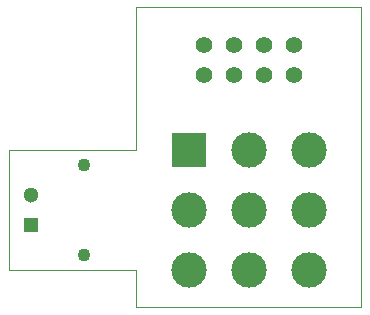
<source format=gts>
G75*
%MOIN*%
%OFA0B0*%
%FSLAX25Y25*%
%IPPOS*%
%LPD*%
%AMOC8*
5,1,8,0,0,1.08239X$1,22.5*
%
%ADD10C,0.00000*%
%ADD11C,0.05512*%
%ADD12R,0.11811X0.11811*%
%ADD13C,0.11811*%
%ADD14C,0.04331*%
%ADD15C,0.05118*%
%ADD16R,0.05118X0.05118*%
D10*
X0001000Y0013500D02*
X0043500Y0013500D01*
X0043500Y0001000D01*
X0118421Y0001000D01*
X0118421Y0100951D01*
X0118500Y0101000D02*
X0043500Y0101000D01*
X0043500Y0053500D01*
X0001000Y0053500D01*
X0001000Y0013500D01*
D11*
X0066000Y0078500D03*
X0076000Y0078500D03*
X0086000Y0078500D03*
X0096000Y0078500D03*
X0096000Y0088500D03*
X0086000Y0088500D03*
X0076000Y0088500D03*
X0066000Y0088500D03*
D12*
X0061000Y0053500D03*
D13*
X0081000Y0053500D03*
X0101000Y0053500D03*
X0101000Y0033500D03*
X0081000Y0033500D03*
X0061000Y0033500D03*
X0061000Y0013500D03*
X0081000Y0013500D03*
X0101000Y0013500D03*
D14*
X0026000Y0018500D03*
X0026000Y0048500D03*
D15*
X0008500Y0038500D03*
D16*
X0008500Y0028500D03*
M02*

</source>
